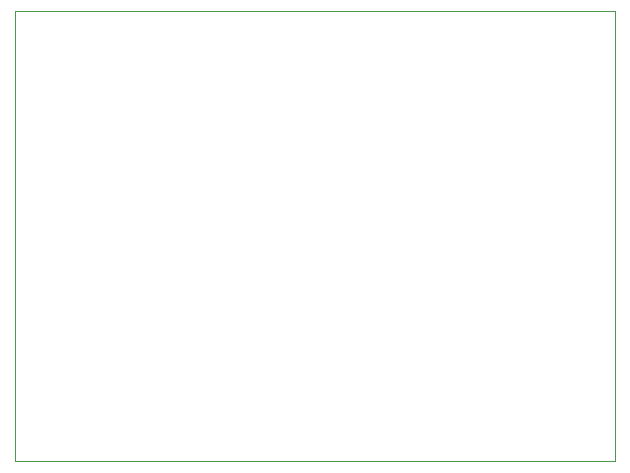
<source format=gbr>
%TF.GenerationSoftware,KiCad,Pcbnew,8.0.1-8.0.1-1~ubuntu22.04.1*%
%TF.CreationDate,2024-05-16T15:07:57-04:00*%
%TF.ProjectId,block-diagram-alex,626c6f63-6b2d-4646-9961-6772616d2d61,rev?*%
%TF.SameCoordinates,Original*%
%TF.FileFunction,Profile,NP*%
%FSLAX46Y46*%
G04 Gerber Fmt 4.6, Leading zero omitted, Abs format (unit mm)*
G04 Created by KiCad (PCBNEW 8.0.1-8.0.1-1~ubuntu22.04.1) date 2024-05-16 15:07:57*
%MOMM*%
%LPD*%
G01*
G04 APERTURE LIST*
%TA.AperFunction,Profile*%
%ADD10C,0.050000*%
%TD*%
G04 APERTURE END LIST*
D10*
X170180000Y-109220000D02*
X119380000Y-109220000D01*
X119380000Y-109220000D02*
X119380000Y-71120000D01*
X170180000Y-71120000D02*
X170180000Y-109220000D01*
X119380000Y-71120000D02*
X170180000Y-71120000D01*
M02*

</source>
